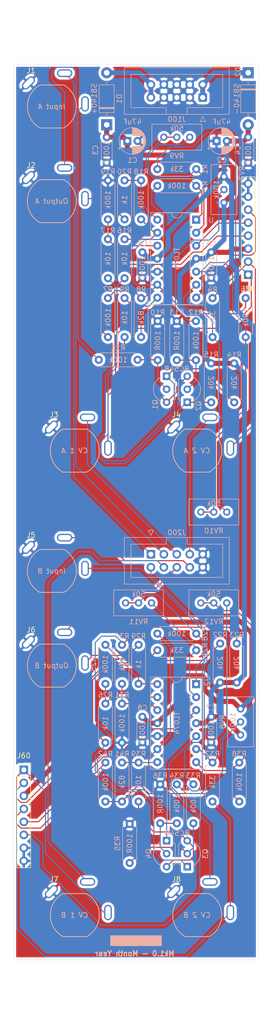
<source format=kicad_pcb>
(kicad_pcb (version 20241229) (generator "pcbnew") (generator_version "9.0")
  (title_block (rev "1") (company "DMH Instruments") (comment 1 "10cm Kosmo format synthesizer module PCB"))
  (layers (0 "F.Cu" signal) (2 "B.Cu" signal) (13 "F.Paste" user) (15 "B.Paste" user) (5 "F.SilkS" user "F.Silkscreen") (7 "B.SilkS" user "B.Silkscreen") (1 "F.Mask" user) (3 "B.Mask" user) (25 "Edge.Cuts" user))
  (net 0 "")
  (net 1 "+12V")
  (net 2 "GND")
  (net 3 "-12V")
  (net 4 "Net-(D1-A)")
  (net 5 "Net-(D2-K)")
  (net 6 "/Core Circuit A/Input A")
  (net 7 "Net-(J200-Pin_1)")
  (net 8 "/Core Circuit A/Output A")
  (net 9 "Net-(J200-Pin_2)")
  (net 10 "Net-(J200-Pin_3)")
  (net 11 "/Core Circuit A/CV 1 A Input")
  (net 12 "/Core Circuit A/CV 2 A Input")
  (net 13 "Net-(J200-Pin_4)")
  (net 14 "/Core Circuit B/Input B")
  (net 15 "Net-(J200-Pin_9)")
  (net 16 "/Core Circuit B/Output B")
  (net 17 "Net-(J200-Pin_8)")
  (net 18 "/Core Circuit B/CV 1 B Input")
  (net 19 "Net-(J200-Pin_7)")
  (net 20 "Net-(J200-Pin_6)")
  (net 21 "/Core Circuit B/CV 2 B Input")
  (net 22 "/Core Circuit A/CV 2 A Pot")
  (net 23 "/Core Circuit A/Offset A Pot")
  (net 24 "/Core Circuit A/CV 1 A Pot")
  (net 25 "/Core Circuit B/Offset B Pot")
  (net 26 "/Core Circuit B/CV 1 B Pot")
  (net 27 "/Core Circuit B/CV 2 B Pot")
  (net 28 "Net-(Q1-C)")
  (net 29 "Net-(Q1-E)")
  (net 30 "Net-(Q1-B)")
  (net 31 "Net-(Q2-B)")
  (net 32 "Net-(Q2-C)")
  (net 33 "Net-(Q3-B)")
  (net 34 "Net-(Q3-C)")
  (net 35 "Net-(Q3-E)")
  (net 36 "Net-(Q4-B)")
  (net 37 "Net-(Q4-C)")
  (net 38 "Net-(U1A--)")
  (net 39 "Net-(R3-Pad1)")
  (net 40 "Net-(U1C--)")
  (net 41 "Net-(U1B--)")
  (net 42 "Net-(R6-Pad1)")
  (net 43 "Net-(R8-Pad2)")
  (net 44 "Net-(R12-Pad1)")
  (net 45 "Net-(U1D--)")
  (net 46 "Net-(U1D-+)")
  (net 47 "Net-(R18-Pad1)")
  (net 48 "Net-(R28-Pad1)")
  (net 49 "Net-(U2A--)")
  (net 50 "Net-(U2D--)")
  (net 51 "Net-(R25-Pad1)")
  (net 52 "Net-(U2C--)")
  (net 53 "Net-(U2D-+)")
  (net 54 "Net-(U2B--)")
  (net 55 "Net-(R38-Pad1)")
  (net 56 "Net-(R34-Pad1)")
  (net 57 "Net-(R39-Pad1)")
  (footprint "Connector_PinSocket_2.54mm:PinSocket_1x08_P2.54mm_Vertical" (layer "F.Cu") (at 53 180.375)
    (property "Reference" "J60")
    (property "Value" "Conn_01x08")
  )
  (footprint "SynthStuff:CUI_MJ-63052A" (layer "F.Cu") (at 58.5 50.75)
    (property "Reference" "J1")
    (property "Value" "TS_Jack_6.35mm_Sw")
  )
  (footprint "SynthStuff:CUI_MJ-63052A" (layer "F.Cu") (at 63 118)
    (property "Reference" "J3")
    (property "Value" "TS_Jack_6.35mm_Sw")
  )
  (footprint "SynthStuff:CUI_MJ-63052A" (layer "F.Cu") (at 58.5 141.5)
    (property "Reference" "J5")
    (property "Value" "TS_Jack_6.35mm_Sw")
  )
  (footprint "Connector_PinSocket_2.54mm:PinSocket_1x08_P2.54mm_Vertical" (layer "F.Cu") (at 97 83.62 180)
    (property "Reference" "J50")
    (property "Value" "Conn_01x08")
  )
  (footprint "SynthStuff:CUI_MJ-63052A" (layer "F.Cu") (at 63 208.75)
    (property "Reference" "J7")
    (property "Value" "TS_Jack_6.35mm_Sw")
  )
  (footprint "SynthStuff:CUI_MJ-63052A" (layer "F.Cu") (at 58.5 160)
    (property "Reference" "J6")
    (property "Value" "TS_Jack_6.35mm_Sw")
  )
  (footprint "SynthStuff:CUI_MJ-63052A" (layer "F.Cu") (at 87 208.75)
    (property "Reference" "J8")
    (property "Value" "TS_Jack_6.35mm_Sw")
  )
  (footprint "SynthStuff:CUI_MJ-63052A" (layer "F.Cu") (at 58.5 69.25)
    (property "Reference" "J2")
    (property "Value" "TS_Jack_6.35mm_Sw")
  )
  (footprint "SynthStuff:CUI_MJ-63052A" (layer "F.Cu") (at 87 118)
    (property "Reference" "J4")
    (property "Value" "TS_Jack_6.35mm_Sw")
  )
  (footprint "Resistor_THT:R_Axial_DIN0207_L6.3mm_D2.5mm_P7.62mm_Horizontal" (layer "B.Cu") (at 69 167.44 -90)
    (property "Reference" "R26")
    (property "Value" "10k")
  )
  (footprint "Diode_THT:D_DO-41_SOD81_P10.16mm_Horizontal" (layer "B.Cu") (at 97 44.17 -90)
    (property "Reference" "D2")
    (property "Value" "SB140-")
  )
  (footprint "Capacitor_THT:CP_Radial_D5.0mm_P2.00mm" (layer "B.Cu") (at 90.794888 57.5)
    (property "Reference" "C2")
    (property "Value" "47uF")
  )
  (footprint "Diode_THT:D_DO-41_SOD81_P10.16mm_Horizontal" (layer "B.Cu") (at 69.25 54.33 90)
    (property "Reference" "D1")
    (property "Value" "SB140+")
  )
  (footprint "Resistor_THT:R_Axial_DIN0207_L6.3mm_D2.5mm_P7.62mm_Horizontal" (layer "B.Cu") (at 69.5 76.69 -90)
    (property "Reference" "R17")
    (property "Value" "10k")
  )
  (footprint "Resistor_THT:R_Axial_DIN0207_L6.3mm_D2.5mm_P7.62mm_Horizontal" (layer "B.Cu") (at 86.81 66.25 180)
    (property "Reference" "R3")
    (property "Value" "100k")
  )
  (footprint "Resistor_THT:R_Axial_DIN0207_L6.3mm_D2.5mm_P7.62mm_Horizontal" (layer "B.Cu") (at 69 155.94 -90)
    (property "Reference" "R25")
    (property "Value" "100k")
  )
  (footprint "Capacitor_THT:C_Disc_D4.3mm_W1.9mm_P5.00mm" (layer "B.Cu") (at 76.25 84.25 90)
    (property "Reference" "C6")
    (property "Value" "100nF")
  )
  (footprint "Resistor_THT:R_Axial_DIN0207_L6.3mm_D2.5mm_P7.62mm_Horizontal" (layer "B.Cu") (at 79.19 63)
    (property "Reference" "R1")
    (property "Value" "33k")
  )
  (footprint "Package_TO_SOT_THT:TO-92L_Inline_Wide" (layer "B.Cu") (at 81 103.46 -90)
    (property "Reference" "Q1")
    (property "Value" "BC548")
  )
  (footprint "Resistor_THT:R_Axial_DIN0207_L6.3mm_D2.5mm_P7.62mm_Horizontal" (layer "B.Cu") (at 90 186.56 90)
    (property "Reference" "R32")
    (property "Value" "33k")
  )
  (footprint "Package_TO_SOT_THT:TO-92L_Inline_Wide" (layer "B.Cu") (at 85.05 108.55 90)
    (property "Reference" "Q2")
    (property "Value" "BC548" (hide yes))
  )
  (footprint "Capacitor_THT:C_Disc_D4.3mm_W1.9mm_P5.00mm" (layer "B.Cu") (at 69.25 56.75 -90)
    (property "Reference" "C3")
    (property "Value" "100nF")
  )
  (footprint "Resistor_THT:R_Axial_DIN0207_L6.3mm_D2.5mm_P7.62mm_Horizontal" (layer "B.Cu") (at 86.75 92.69 -90)
    (property "Reference" "R12")
    (property "Value" "100k")
  )
  (footprint "Resistor_THT:R_Axial_DIN0207_L6.3mm_D2.5mm_P7.62mm_Horizontal" (layer "B.Cu") (at 69 178.94 -90)
    (property "Reference" "R42")
    (property "Value" "100k")
  )
  (footprint "Potentiometer_THT:Potentiometer_Bourns_3296W_Vertical" (layer "B.Cu") (at 95.5 168.46 90)
    (property "Reference" "RV8")
    (property "Value" "100k")
  )
  (footprint "Capacitor_THT:C_Disc_D4.3mm_W1.9mm_P5.00mm" (layer "B.Cu") (at 89.75 170 -90)
    (property "Reference" "C7")
    (property "Value" "100nF")
  )
  (footprint "Resistor_THT:R_Axial_DIN0207_L6.3mm_D2.5mm_P7.62mm_Horizontal" (layer "B.Cu") (at 72.25 186.56 90)
    (property "Reference" "R41")
    (property "Value" "82k")
  )
  (footprint "Capacitor_THT:C_Disc_D4.3mm_W1.9mm_P5.00mm" (layer "B.Cu") (at 97 61.75 90)
    (property "Reference" "C4")
    (property "Value" "100nF")
  )
  (footprint "Resistor_THT:R_Axial_DIN0207_L6.3mm_D2.5mm_P7.62mm_Horizontal" (layer "B.Cu") (at 73.75 190.94 -90)
    (property "Reference" "R35")
    (property "Value" "100R")
  )
  (footprint "Package_DIP:DIP-14_W7.62mm_Socket" (layer "B.Cu") (at 86.8 72.875 180)
    (property "Reference" "U1")
    (property "Value" "TL074")
  )
  (footprint "Capacitor_THT:C_Disc_D4.3mm_W1.9mm_P5.00mm" (layer "B.Cu") (at 76.25 175 90)
    (property "Reference" "C8")
    (property "Value" "100nF")
  )
  (footprint "Resistor_THT:R_Axial_DIN0207_L6.3mm_D2.5mm_P7.62mm_Horizontal" (layer "B.Cu") (at 72.25 163.56 90)
    (property "Reference" "R30")
    (property "Value" "10k")
  )
  (footprint "Resistor_THT:R_Axial_DIN0207_L6.3mm_D2.5mm_P7.62mm_Horizontal" (layer "B.Cu") (at 79.75 183.19 -90)
    (property "Reference" "R36")
    (property "Value" "100R")
  )
  (footprint "Package_TO_SOT_THT:TO-92L_Inline_Wide" (layer "B.Cu") (at 85.05 199.29 90)
    (property "Reference" "Q3")
    (property "Value" "BC548" (hide yes))
  )
  (footprint "Resistor_THT:R_Axial_DIN0207_L6.3mm_D2.5mm_P7.62mm_Horizontal" (layer "B.Cu") (at 95.25 178.94 -90)
    (property "Reference" "R38")
    (property "Value" "100k")
  )
  (footprint "Potentiometer_THT:Potentiometer_Bourns_3296W_Vertical" (layer "B.Cu") (at 92.8 130)
    (property "Reference" "RV10")
    (property "Value" "50k")
  )
  (footprint "Resistor_THT:R_Axial_DIN0207_L6.3mm_D2.5mm_P7.62mm_Horizontal" (layer "B.Cu") (at 89.75 108.56 90)
    (property "Reference" "R15")
    (property "Value" "20k")
  )
  (footprint "Resistor_THT:R_Axial_DIN0207_L6.3mm_D2.5mm_P7.62mm_Horizontal" (layer "B.Cu") (at 90 88.19 -90)
    (property "Reference" "R4")
    (property "Value" "33k")
  )
  (footprint "Potentiometer_THT:Potentiometer_Bourns_3296W_Vertical" (layer "B.Cu") (at 92.79 147.75)
    (property "Reference" "RV12")
    (property "Value" "50k")
  )
  (footprint "Resistor_THT:R_Axial_DIN0207_L6.3mm_D2.5mm_P7.62mm_Horizontal" (layer "B.Cu") (at 72.25 167.44 -90)
    (property "Reference" "R31")
    (property "Value" "100k")
  )
  (footprint "Capacitor_THT:C_Disc_D4.3mm_W1.9mm_P5.00mm" (layer "B.Cu") (at 89.75 79.25 -90)
    (property "Reference" "C5")
    (property "Value" "100nF")
  )
  (footprint "Capacitor_THT:CP_Radial_D5.0mm_P2.00mm" (layer "B.Cu") (at 73.294888 57.5)
    (property "Reference" "C1")
    (property "Value" "47uF")
  )
  (footprint "Resistor_THT:R_Axial_DIN0207_L6.3mm_D2.5mm_P7.62mm_Horizontal" (layer "B.Cu") (at 75.5 178.94 -90)
    (property "Reference" "R39")
    (property "Value" "10k")
  )
  (footprint "Resistor_THT:R_Axial_DIN0207_L6.3mm_D2.5mm_P7.62mm_Horizontal" (layer "B.Cu") (at 69.5 95.81 90)
    (property "Reference" "R7")
    (property "Value" "100k")
  )
  (footprint "Resistor_THT:R_Axial_DIN0207_L6.3mm_D2.5mm_P7.62mm_Horizontal" (layer "B.Cu") (at 72.75 76.69 -90)
    (property "Reference" "R16")
    (property "Value" "10k")
  )
  (footprint "Potentiometer_THT:Potentiometer_Bourns_3296W_Vertical" (layer "B.Cu") (at 92.25 64.45 90)
    (property "Reference" "RV7")
    (property "Value" "100k")
  )
  (footprint "Potentiometer_THT:Potentiometer_Bourns_3296W_Vertical" (layer "B.Cu") (at 85.54 56.75)
    (property "Reference" "RV9")
    (property "Value" "50k")
  )
  (footprint "Resistor_THT:R_Axial_DIN0207_L6.3mm_D2.5mm_P7.62mm_Horizontal" (layer "B.Cu") (at 91.5 155.69 -90)
    (property "Reference" "R22")
    (property "Value" "20k")
  )
  (footprint "Resistor_THT:R_Axial_DIN0207_L6.3mm_D2.5mm_P7.62mm_Horizontal" (layer "B.Cu") (at 72.75 72.81 90)
    (property "Reference" "R20")
    (property "Value" "1k")
  )
  (footprint "Resistor_THT:R_Axial_DIN0207_L6.3mm_D2.5mm_P7.62mm_Horizontal" (layer "B.Cu") (at 96.5 95.81 90)
    (property "Reference" "R6")
    (property "Value" "100k")
  )
  (footprint "Resistor_THT:R_Axial_DIN0207_L6.3mm_D2.5mm_P7.62mm_Horizontal" (layer "B.Cu") (at 94.75 155.69 -90)
    (property "Reference" "R23")
    (property "Value" "20k")
  )
  (footprint "SynthStuff:IDC-Header_2x05_P2.54mm_Vertical_BackBone" (layer "B.Cu") (at 77.92 138.2475 -90)
    (property "Reference" "J200")
    (property "Value" "IDC_02x05")
  )
  (footprint "Resistor_THT:R_Axial_DIN0207_L6.3mm_D2.5mm_P7.62mm_Horizontal" (layer "B.Cu") (at 72.75 88.19 -90)
    (property "Reference" "R9")
    (property "Value" "10k")
  )
  (footprint "Resistor_THT:R_Axial_DIN0207_L6.3mm_D2.5mm_P7.62mm_Horizontal" (layer "B.Cu") (at 79.25 92.69 -90)
    (property "Reference" "R10")
    (property "Value" "100R")
  )
  (footprint "Resistor_THT:R_Axial_DIN0207_L6.3mm_D2.5mm_P7.62mm_Horizontal" (layer "B.Cu") (at 83 92.69 -90)
    (property "Reference" "R13")
    (property "Value" "100R")
  )
  (footprint "Resistor_THT:R_Axial_DIN0207_L6.3mm_D2.5mm_P7.62mm_Horizontal" (layer "B.Cu") (at 69.5 72.81 90)
    (property "Reference" "R19")
    (property "Value" "100k")
  )
  (footprint "Resistor_THT:R_Axial_DIN0207_L6.3mm_D2.5mm_P7.62mm_Horizontal" (layer "B.Cu") (at 94.25 108.56 90)
    (property "Reference" "R14")
    (property "Value" "20k")
  )
  (footprint "Resistor_THT:R_Axial_DIN0207_L6.3mm_D2.5mm_P7.62mm_Horizontal" (layer "B.Cu") (at 79.19 157)
    (property "Reference" "R24")
    (property "Value" "33k")
  )
  (footprint "Resistor_THT:R_Axial_DIN0207_L6.3mm_D2.5mm_P7.62mm_Horizontal" (layer "B.Cu") (at 83 183.19 -90)
    (property "Reference" "R34")
    (property "Value" "100k")
  )
  (footprint "Resistor_THT:R_Axial_DIN0207_L6.3mm_D2.5mm_P7.62mm_Horizontal" (layer "B.Cu") (at 75.31 100.25 180)
    (property "Reference" "R11")
    (property "Value" "100k")
  )
  (footprint "Potentiometer_THT:Potentiometer_Bourns_3296W_Vertical" (layer "B.Cu") (at 78.04 147.75)
    (property "Reference" "RV11")
    (property "Value" "50k")
  )
  (footprint "Resistor_THT:R_Axial_DIN0207_L6.3mm_D2.5mm_P7.62mm_Horizontal" (layer "B.Cu") (at 86.25 190.81 90)
    (property "Reference" "R33")
    (property "Value" "100k")
  )
  (footprint "Resistor_THT:R_Axial_DIN0207_L6.3mm_D2.5mm_P7.62mm_Horizontal" (layer "B.Cu") (at 76 88.19 -90)
    (property "Reference" "R8")
    (property "Value" "82k")
  )
  (footprint "SynthStuff:IDC-Header_2x05_P2.54mm_Vertical_Eurorack" (layer "B.Cu") (at 88.08 49.0025 90)
    (property "Reference" "J100")
    (property "Value" "IDC_02x05" (hide yes))
  )
  (footprint "Package_DIP:DIP-14_W7.62mm_Socket" (layer "B.Cu") (at 86.8 163.625 180)
    (property "Reference" "U2")
    (property "Value" "TL074")
  )
  (footprint "Resistor_THT:R_Axial_DIN0207_L6.3mm_D2.5mm_P7.62mm_Horizontal" (layer "B.Cu") (at 75.5 155.94 -90)
    (property "Reference" "R29")
    (property "Value" "1k")
  )
  (footprint "Package_TO_SOT_THT:TO-92L_Inline_Wide" (layer "B.Cu") (at 81 194.21 -90)
    (property "Reference" "Q4")
    (property "Value" "BC548")
  )
  (footprint "Resistor_THT:R_Axial_DIN0207_L6.3mm_D2.5mm_P7.62mm_Horizontal" (layer "B.Cu") (at 86.81 153.75 180)
    (property "Reference" "R28")
    (property "Value" "100k")
  )
  (footprint "Resistor_THT:R_Axial_DIN0207_L6.3mm_D2.5mm_P7.62mm_Horizontal" (layer "B.Cu") (at 76 65.19 -90)
    (property "Reference" "R18")
    (property "Value" "100k")
  )
  (gr_rect (start 70 212.75) (end 80 214.75) (stroke (width 0.1)) (fill yes) (layer "B.SilkS"))
  (gr_rect (start 51 42.5) (end 99 217.5) (stroke (width 0.05)) (fill no) (layer "Edge.Cuts"))
  (gr_text "Mk1.0 - Month Year" (at 74.75 216.25 0) (layer "B.SilkS") (effects (font (size 1 1) (thickness 0.25) (bold yes)) (justify mirror)))
  (segment (start 89.75 100.94) (end 94.25 100.94) (width 1) (layer "F.Cu") (net 1))
  (segment (start 62.75 175.675) (end 62.75 157.25) (width 1) (layer "F.Cu") (net 1))
  (segment (start 69.25 56.75) (end 72.544888 56.75) (width 1) (layer "F.Cu") (net 1))
  (segment (start 93.88 78.62) (end 97 78.62) (width 1) (layer "F.Cu") (net 1))
  (segment (start 53 185.425) (end 62.75 175.675) (width 1) (layer "F.Cu") (net 1))
  (segment (start 96.25 161.81) (end 94.75 163.31) (width 1) (layer "F.Cu") (net 1))
  (segment (start 93.25 79.25) (end 93.88 78.62) (width 1) (layer "F.Cu") (net 1))
  (segment (start 72.544888 56.75) (end 73.294888 57.5) (width 1) (layer "F.Cu") (net 1))
  (segment (start 94 62.75) (end 94 67.78) (width 1) (layer "F.Cu") (net 1))
  (segment (start 69.25 54.33) (end 69.25 56.75) (width 1) (layer "F.Cu") (net 1))
  (segment (start 93 61.75) (end 94 62.75) (width 1) (layer "F.Cu") (net 1))
  (segment (start 73.294888 57.5) (end 73.294888 59.544888) (width 1) (layer "F.Cu") (net 1))
  (segment (start 89.75 79.25) (end 93.25 79.25) (width 1) (layer "F.Cu") (net 1))
  (segment (start 91.96 170) (end 95.5 173.54) (width 1) (layer "F.Cu") (net 1))
  (segment (start 94.75 163.31) (end 91.5 163.31) (width 1) (layer "F.Cu") (net 1))
  (segment (start 62.75 157.25) (end 68.5 151.5) (width 1) (layer "F.Cu") (net 1))
  (segment (start 88.505 171.245) (end 89.75 170) (width 1) (layer "F.Cu") (net 1))
  (segment (start 87.75 60.25) (end 89.25 61.75) (width 1) (layer "F.Cu") (net 1))
  (segment (start 89.25 61.75) (end 93 61.75) (width 1) (layer "F.Cu") (net 1))
  (segment (start 94 67.78) (end 92.25 69.53) (width 1) (layer "F.Cu") (net 1))
  (segment (start 74 60.25) (end 87.75 60.25) (width 1) (layer "F.Cu") (net 1))
  (segment (start 96.25 154.25) (end 96.25 161.81) (width 1) (layer "F.Cu") (net 1))
  (segment (start 86.8 171.245) (end 88.505 171.245) (width 1) (layer "F.Cu") (net 1))
  (segment (start 89.75 170) (end 91.96 170) (width 1) (layer "F.Cu") (net 1))
  (segment (start 93.5 151.5) (end 96.25 154.25) (width 1) (layer "F.Cu") (net 1))
  (segment (start 68.5 151.5) (end 93.5 151.5) (width 1) (layer "F.Cu") (net 1))
  (segment (start 73.294888 59.544888) (end 74 60.25) (width 1) (layer "F.Cu") (net 1))
  (segment (start 89.75 165.06) (end 91.5 163.31) (width 1) (layer "B.Cu") (net 1))
  (segment (start 96.25 161.81) (end 94.75 163.31) (width 1) (layer "B.Cu") (net 1))
  (segment (start 89.75 100.94) (end 88.5 99.69) (width 1) (layer "B.Cu") (net 1))
  (segment (start 86.8 80.495) (end 88.505 80.495) (width 1) (layer "B.Cu") (net 1))
  (segment (start 87.371321 91.19) (end 85.07137 91.19) (width 1) (layer "B.Cu") (net 1))
  (segment (start 92.25 69.53) (end 92.25 76.75) (width 1) (layer "B.Cu") (net 1))
  (segment (start 89.75 170) (end 89.75 165.06) (width 1) (layer "B.Cu") (net 1))
  (segment (start 96.25 102.94) (end 96.25 161.81) (width 1) (layer "B.Cu") (net 1))
  (segment (start 88.5 92.318679) (end 87.371321 91.19) (width 1) (layer "B.Cu") (net 1))
  (segment (start 83.55 83.745) (end 86.8 80.495) (width 1) (layer "B.Cu") (net 1))
  (segment (start 85.07137 91.19) (end 83.55 89.66863) (width 1) (layer "B.Cu") (net 1))
  (segment (start 88.505 80.495) (end 89.75 79.25) (width 1) (layer "B.Cu") (net 1))
  (segment (start 83.55 89.66863) (end 83.55 83.745) (width 1) (layer "B.Cu") (net 1))
  (segment (start 94.25 100.94) (end 96.25 102.94) (width 1) (layer "B.Cu") (net 1))
  (segment (start 88.5 99.69) (end 88.5 92.318679) (width 1) (layer "B.Cu") (net 1))
  (segment (start 92.25 76.75) (end 89.75 79.25) (width 1) (layer "B.Cu") (net 1))
  (segment (start 83 167.425) (end 83 164) (width 1) (layer "F.Cu") (net 3))
  (segment (start 85 162) (end 87.9625 162) (width 1) (layer "F.Cu") (net 3))
  (segment (start 97 56.75) (end 97 54.33) (width 1) (layer "F.Cu") (net 3))
  (segment (start 94.04 167) (end 95.5 168.46) (width 1) (layer "F.Cu") (net 3))
  (segment (start 79.18 171.245) (end 83 167.425) (width 1) (layer "F.Cu") (net 3))
  (segment (start 90.75 167) (end 94.04 167) (width 1) (layer "F.Cu") (net 3))
  (segment (start 87.9625 162) (end 88.4625 162.5) (width 1) (layer "F.Cu") (net 3))
  (segment (start 88.4625 162.5) (end 88.4625 164.7125) (width 1) (layer "F.Cu") (net 3))
  (segment (start 83 164) (end 85 162) (width 1) (layer "F.Cu") (net 3))
  (segment (start 88.4625 164.7125) (end 90.75 167) (width 1) (layer "F.Cu") (net 3))
  (segment (start 77.495 171.245) (end 76.25 170) (width 1) (layer "F.Cu") (net 3))
  (segment (start 79.18 171.245) (end 77.495 171.245) (width 1) (layer "F.Cu") (net 3))
  (segment (start 92.794888 57.5) (end 96.25 57.5) (width 1) (layer "F.Cu") (net 3))
  (segment (start 96.25 57.5) (end 97 56.75) (width 1) (layer "F.Cu") (net 3))
  (segment (start 92.25 64.45) (end 92.25 62.5) (width 1) (layer "B.Cu") (net 3))
  (segment (start 93.75 65.95) (end 92.25 64.45) (width 1) (layer "B.Cu") (net 3))
  (segment (start 79.18 80.495) (end 81.3 78.375) (width 1) (layer "B.Cu") (net 3))
  (segment (start 98 93.75) (end 94.75 90.5) (width 1) (layer "B.Cu") (net 3))
  (segment (start 94.75 90.5) (end 94.75 82.50137) (width 1) (layer "B.Cu") (net 3))
  (segment (start 98 165.96) (end 98 93.75) (width 1) (layer "B.Cu") (net 3))
  (segment (start 92.794888 61.955112) (end 92.794888 57.5) (width 1) (layer "B.Cu") (net 3))
  (segment (start 77.495 80.495) (end 76.25 79.25) (width 1) (layer "B.Cu") (net 3))
  (segment (start 81.3 78.375) (end 81.3 75.4) (width 1) (layer "B.Cu") (net 3))
  (segment (start 79.18 80.495) (end 77.495 80.495) (width 1) (layer "B.Cu") (net 3))
  (segment (start 92.25 62.5) (end 92.794888 61.955112) (width 1) (layer "B.Cu") (net 3))
  (segment (start 81.3 75.4) (end 92.25 64.45) (width 1) (layer "B.Cu") (net 3))
  (segment (start 93.75 81.50137) (end 93.75 65.95) (width 1) (layer "B.Cu") (net 3))
  (segment (start 95.5 168.46) (end 98 165.96) (width 1) (layer "B.Cu") (net 3))
  (segment (start 94.75 82.50137) (end 93.75 81.50137) (width 1) (layer "B.Cu") (net 3))
  (segment (start 77.92 46.4625) (end 77.92 49.0025) (width 1) (layer "B.Cu") (net 4))
  (segment (start 75.6275 44.17) (end 77.92 46.4625) (width 1) (layer "B.Cu") (net 4))
  (segment (start 69.25 44.17) (end 75.6275 44.17) (width 1) (layer "B.Cu") (net 4))
  (segment (start 97 44.17) (end 90.3725 44.17) (width 1) (layer "B.Cu") (net 5))
  (segment (start 90.3725 44.17) (end 88.08 46.4625) (width 1) (layer "B.Cu") (net 5))
  (segment (start 88.08 49.0025) (end 88.08 46.4625) (width 1) (layer "B.Cu") (net 5))
  (segment (start 63.608 51.642) (end 63.608 96.168) (width 0.2) (layer "B.Cu") (net 6))
  (segment (start 65 50.25) (end 63.608 51.642) (width 0.2) (layer "B.Cu") (net 6))
  (segment (start 63.608 96.168) (end 67.69 100.25) (width 0.2) (layer "B.Cu") (net 6))
  (segment (start 61 44.25) (end 62.808 46.058) (width 0.2) (layer "B.Cu") (net 7))
  (segment (start 62.808 46.058) (end 62.808 123.1355) (width 0.2) (layer "B.Cu") (net 7))
  (segment (start 62.808 123.1355) (end 77.92 138.2475) (width 0.2) (layer "B.Cu") (net 7))
  (segment (start 65 68.75) (end 68.69 68.75) (width 0.2) (layer "F.Cu") (net 8))
  (segment (start 68.69 68.75) (end 72.75 72.81) (width 0.2) (layer "F.Cu") (net 8))
  (segment (start 58.5 45.5) (end 58.5 44) (width 0.2) (layer "B.Cu") (net 9))
  (segment (start 61 48) (end 58.5 45.5) (width 0.2) (layer "B.Cu") (net 9))
  (segment (start 63.208 43.708) (end 63.208 120.9955) (width 0.2) (layer "B.Cu") (net 9))
  (segment (start 63.208 120.9955) (end 80.46 138.2475) (width 0.2) (layer "B.Cu") (net 9))
  (segment (start 61 62.75) (end 61 48) (width 0.2) (layer "B.Cu") (net 9))
  (segment (start 58.5 44) (end 59.4 43.1) (width 0.2) (layer "B.Cu") (net 9))
  (segment (start 62.6 43.1) (end 63.208 43.708) (width 0.2) (layer "B.Cu") (net 9))
  (segment (start 59.4 43.1) (end 62.6 43.1) (width 0.2) (layer "B.Cu") (net 9))
  (segment (start 65.5 111.5) (end 65.5 120.7475) (width 0.2) (layer "B.Cu") (net 10))
  (segment (start 65.5 120.7475) (end 83 138.2475) (width 0.2) (layer "B.Cu") (net 10))
  (segment (start 72.4 94.1) (end 71 95.5) (width 0.2) (layer "F.Cu") (net 11))
  (segment (start 97.6 89.9) (end 93.4 94.1) (width 0.2) (layer "F.Cu") (net 11))
  (segment (start 71 95.5) (end 71 105.75) (width 0.2) (layer "F.Cu") (net 11))
  (segment (start 97.6 84.22) (end 97.6 89.9) (width 0.2) (layer "F.Cu") (net 11))
  (segment (start 93.4 94.1) (end 72.4 94.1) (width 0.2) (layer "F.Cu") (net 11))
  (segment (start 71 105.75) (end 69.5 107.25) (width 0.2) (layer "F.Cu") (net 11))
  (segment (start 69.5 107.25) (end 69.5 117.5) (width 0.2) (layer "F.Cu") (net 11))
  (segment (start 97 83.62) (end 97.6 84.22) (width 0.2) (layer "F.Cu") (net 11))
  (segment (start 94.55 81.17) (end 97 83.62) (width 0.2) (layer "B.Cu") (net 11))
  (segment (start 81.6 58.65) (end 86.1 58.65) (width 0.2) (layer "B.Cu") (net 11))
  (segment (start 79.19 63) (end 79.19 61.06) (width 0.2) (layer "B.Cu") (net 11))
  (segment (start 86.1 58.65) (end 88.969999 55.780001) (width 0.2) (layer "B.Cu") (net 11))
  (segment (start 88.969999 55.780001) (end 93.280001 55.780001) (width 0.2) (layer "B.Cu") (net 11))
  (segment (start 94.55 57.05) (end 94.55 81.17) (width 0.2) (layer "B.Cu") (net 11))
  (segment (start 79.19 61.06) (end 81.6 58.65) (width 0.2) (layer "B.Cu") (net 11))
  (segment (start 93.280001 55.780001) (end 94.55 57.05) (width 0.2) (layer "B.Cu") (net 11))
  (segment (start 98.4 112.6) (end 98.4 82.48) (width 0.2) (layer "F.Cu") (net 12))
  (segment (start 89.415 88.19) (end 90 88.19) (width 0.2) (layer "F.Cu") (net 12))
  (segment (start 93.5 117.5) (end 98.4 112.6) (width 0.2) (layer "F.Cu") (net 12))
  (segment (start 98.4 82.48) (end 97.202843 81.282843) (width 0.2) (layer "F.Cu") (net 12))
  (segment (start 90 88.19) (end 97 81.19) (width 0.2) (layer "F.Cu") (net 12))
  (segment (start 97 81.19) (end 97 81.08) (width 0.2) (layer "F.Cu") (net 12))
  (segment (start 85.54 115.46) (end 89.5 111.5) (width 0.2) (layer "B.Cu") (net 13))
  (segment (start 85.54 138.2475) (end 85.54 115.46) (width 0.2) (layer "B.Cu") (net 13))
  (segment (start 65 141) (end 76 141) (width 0.2) (layer "B.Cu") (net 14))
  (segment (start 88.5 159.125686) (end 88 159.625686) (width 0.2) (layer "B.Cu") (net 14))
  (segment (start 76 141) (end 88.5 153.5) (width 0.2) (layer "B.Cu") (net 14))
  (segment (start 84.5 181.44) (end 86.25 183.19) (width 0.2) (layer "B.Cu") (net 14))
  (segment (start 88 174.25) (end 87.25 175) (width 0.2) (layer "B.Cu") (net 14))
  (segment (start 86.25 175) (end 84.5 176.75) (width 0.2) (layer "B.Cu") (net 14))
  (segment (start 88 159.625686) (end 88 174.25) (width 0.2) (layer "B.Cu") (net 14))
  (segment (start 87.25 175) (end 86.25 175) (width 0.2) (layer "B.Cu") (net 14))
  (segment (start 84.5 176.75) (end 84.5 181.44) (width 0.2) (layer "B.Cu") (net 14))
  (segment (start 88.5 153.5) (end 88.5 159.125686) (width 0.2) (layer "B.Cu") (net 14))
  (segment (start 84.2525 139.5) (end 85.54 140.7875) (width 0.2) (layer "F.Cu") (net 15))
  (segment (start 68.25 135) (end 72.75 139.5) (width 0.2) (layer "F.Cu") (net 15))
  (segment (start 61 135) (end 68.25 135) (width 0.2) (layer "F.Cu") (net 15))
  (segment (start 72.75 139.5) (end 84.2525 139.5) (width 0.2) (layer "F.Cu") (net 15))
  (segment (start 66.5 158) (end 73.5 158) (width 0.2) (layer "F.Cu") (net 16))
  (segment (start 65 159.5) (end 66.5 158) (width 0.2) (layer "F.Cu") (net 16))
  (segment (start 73.5 158) (end 75.56 155.94) (width 0.2) (layer "F.Cu") (net 16))
  (segment (start 75.56 155.94) (end 76 155.94) (width 0.2) (layer "F.Cu") (net 16))
  (segment (start 78.5375 145.25) (end 83 140.7875) (width 0.2) (layer "F.Cu") (net 17))
  (segment (start 61 153.5) (end 69.25 145.25) (width 0.2) (layer "F.Cu") (net 17))
  (segment (start 69.25 145.25) (end 78.5375 145.25) (width 0.2) (layer "F.Cu") (net 17))
  (segment (start 76.69 159.5) (end 79.19 157) (width 0.2) (layer "F.Cu") (net 18))
  (segment (start 51.6 185.921346) (end 52.428654 186.75) (width 0.2) (layer "F.Cu") (net 18))
  (segment (start 66.1 174.15) (end 66.1 162.584314) (width 0.2) (layer "F.Cu") (net 18))
  (segment (start 53 180.375) (end 51.6 181.775) (width 0.2) (layer "F.Cu") (net 18))
  (segment (start 52.428654 186.75) (end 53.5 186.75) (width 0.2) (layer "F.Cu") (net 18))
  (segment (start 69.184314 159.5) (end 76.69 159.5) (width 0.2) (layer "F.Cu") (net 18))
  (segment (start 51.6 181.775) (end 51.6 185.921346) (width 0.2) (layer "F.Cu") (net 18))
  (segment (start 53.5 186.75) (end 66.1 174.15) (width 0.2) (layer "F.Cu") (net 18))
  (segment (start 66.1 162.584314) (end 69.184314 159.5) (width 0.2) (layer "F.Cu") (net 18))
  (segment (start 68.75 208.25) (end 69.5 208.25) (width 0.2) (layer "B.Cu") (net 18))
  (segment (start 53 180.375) (end 57.25 184.625) (width 0.2) (layer "B.Cu") (net 18))
  (segment (start 57.25 196.75) (end 68.75 208.25) (width 0.2) (layer "B.Cu") (net 18))
  (segment (start 57.25 184.625) (end 57.25 196.75) (width 0.2) (layer "B.Cu") (net 18))
  (segment (start 57.75 143.75) (end 63.75 137.75) (width 0.2) (layer "B.Cu") (net 19))
  (segment (start 65.5 202.25) (end 57.75 194.5) (width 0.2) (layer "B.Cu") (net 19))
  (segment (start 79.1725 139.5) (end 80.46 140.7875) (width 0.2) (layer "B.Cu") (net 19))
  (segment (start 63.75 137.75) (end 66.25 137.75) (width 0.2) (layer "B.Cu") (net 19))
  (segment (start 66.25 137.75) (end 68 139.5) (width 0.2) (layer "B.Cu") (net 19))
  (segment (start 68 139.5) (end 79.1725 139.5) (width 0.2) (layer "B.Cu") (net 19))
  (segment (start 57.75 194.5) (end 57.75 143.75) (width 0.2) (layer "B.Cu") (net 19))
  (segment (start 77.92 140.7875) (end 77.92 142.354314) (width 0.2) (layer "B.Cu") (net 20))
  (segment (start 88.9 153.334314) (end 88.9 159.291372) (width 0.2) (layer "B.Cu") (net 20))
  (segment (start 88.4 174.415686) (end 88 174.815686) (width 0.2) (layer "B.Cu") (net 20))
  (segment (start 86.004365 184.5) (end 83.594365 182.09) (width 0.2) (layer "B.Cu") (net 20))
  (segment (start 89.5 191.245635) (end 89.5 202.25) (width 0.2) (layer "B.Cu") (net 20))
  (segment (start 88.9 159.291372) (end 88.4 159.791372) (width 0.2) (layer "B.Cu") (net 20))
  (segment (start 82.544365 182.09) (end 81.9 182.734365) (width 0.2) (layer "B.Cu") (net 20))
  (segment (start 81.9 182.734365) (end 81.9 183.645635) (width 0.2) (layer "B.Cu") (net 20))
  (segment (start 88.4 159.791372) (end 88.4 174.415686) (width 0.2) (layer "B.Cu") (net 20))
  (segment (start 83.594365 182.09) (end 82.544365 182.09) (width 0.2) (layer "B.Cu") (net 20))
  (segment (start 87 184.5) (end 86.004365 184.5) (width 0.2) (layer "B.Cu") (net 20))
  (segment (start 88 183.5) (end 87 184.5) (width 0.2) (layer "B.Cu") (net 20))
  (segment (start 77.92 142.354314) (end 88.9 153.334314) (width 0.2) (layer "B.Cu") (net 20))
  (segment (start 81.9 183.645635) (end 89.5 191.245635) (width 0.2) (layer "B.Cu") (net 20))
  (segment (start 88 174.815686) (end 88 183.5) (width 0.2) (layer "B.Cu") (net 20))
  (segment (start 51.6 184.315) (end 51.6 211.4) (width 0.2) (layer "B.Cu") (net 21))
  (segment (start 93.5 190.06) (end 93.5 208.25) (width 0.2) (layer "B.Cu") (net 21))
  (segment (start 90 186.56) (end 93.5 190.06) (width 0.2) (layer "B.Cu") (net 21))
  (segment (start 51.6 211.4) (end 57.1 216.9) (width 0.2) (layer "B.Cu") (net 21))
  (segment (start 84.85 216.9) (end 93.5 208.25) (width 0.2) (layer "B.Cu") (net 21))
  (segment (start 57.1 216.9) (end 84.85 216.9) (width 0.2) (layer "B.Cu") (net 21))
  (segment (start 53 182.915) (end 51.6 184.315) (width 0.2) (layer "B.Cu") (net 21))
  (segment (start 98.4 72.4) (end 97 71) (width 0.2) (layer "F.Cu") (net 22))
  (segment (start 97.7 79.8) (end 98.4 79.1) (width 0.2) (layer "F.Cu") (net 22))
  (segment (start 86.8 83.035) (end 90.965 83.035) (width 0.2) (layer "F.Cu") (net 22))
  (segment (start 94.2 79.8) (end 97.7 79.8) (width 0.2) (layer "F.Cu") (net 22))
  (segment (start 98.4 79.1) (end 98.4 72.4) (width 0.2) (layer "F.Cu") (net 22))
  (segment (start 90.965 83.035) (end 94.2 79.8) (width 0.2) (layer "F.Cu") (net 22))
  (segment (start 83.805 81.595) (end 69.655 81.595) (width 0.2) (layer "F.Cu") (net 23))
  (segment (start 87.8 79.2) (end 86.2 79.2) (width 0.2) (layer "F.Cu") (net 23))
  (segment (start 90.92 76.08) (end 87.8 79.2) (width 0.2) (layer "F.Cu") (net 23))
  (segment (start 69.655 81.595) (end 66.75 84.5) (width 0.2) (layer "F.Cu") (net 23))
  (segment (start 66.75 84.5) (end 66.75 93.06) (width 0.2) (layer "F.Cu") (net 23))
  (segment (start 97 76.08) (end 90.92 76.08) (width 0.2) (layer "F.Cu") (net 23))
  (segment (start 86.2 79.2) (end 83.805 81.595) (width 0.2) (layer "F.Cu") (net 23))
  (segment (start 66.75 93.06) (end 69.5 95.81) (width 0.2) (layer "F.Cu") (net 23))
  (segment (start 86.8 77.95) (end 86.8 77.955) (width 0.2) (layer "F.Cu") (net 24))
  (segment (start 91.21 73.54) (end 86.8 77.95) (width 0.2) (layer "F.Cu") (net 24))
  (segment (start 97 73.54) (end 91.21 73.54) (width 0.2) (layer "F.Cu") (net 24))
  (segment (start 51.6 189.365) (end 51.6 190.926346) (width 0.2) (layer "F.Cu") (net 25))
  (segment (start 56.25 191.75) (end 69.06 178.94) (width 0.2) (layer "F.Cu") (net 25))
  (segment (start 51.6 190.926346) (end 52.423654 191.75) (width 0.2) (layer "F.Cu") (net 25))
  (segment (start 53 187.965) (end 51.6 189.365) (width 0.2) (layer "F.Cu") (net 25))
  (segment (start 52.423654 191.75) (end 56.25 191.75) (width 0.2) (layer "F.Cu") (net 25))
  (segment (start 69.06 178.94) (end 69.5 178.94) (width 0.2) (layer "F.Cu") (net 25))
  (segment (start 71.16 177.84) (end 76.655 172.345) (width 0.2) (layer "F.Cu") (net 26))
  (segment (start 76.655 172.345) (end 83.16 172.345) (width 0.2) (layer "F.Cu") (net 26))
  (segment (start 55.879365 190.505) (end 68.544365 177.84) (width 0.2) (layer "F.Cu") (net 26))
  (segment (start 53 190.505) (end 55.879365 190.505) (width 0.2) (layer "F.Cu") (net 26))
  (segment (start 68.544365 177.84) (end 71.16 177.84) (width 0.2) (layer "F.Cu") (net 26))
  (segment (start 83.16 172.345) (end 86.8 168.705) (width 0.2) (layer "F.Cu") (net 26))
  (segment (start 87.5 203.9) (end 80.65 210.75) (width 0.2) (layer "B.Cu") (net 27))
  (segment (start 68.25 210.75) (end 56.75 199.25) (width 0.2) (layer "B.Cu") (net 27))
  (segment (start 54.795 193.045) (end 53 193.045) (width 0.2) (layer "B.Cu") (net 27))
  (segment (start 81.5 183.811321) (end 87.5 189.811321) (width 0.2) (layer "B.Cu") (net 27))
  (segment (start 56.75 199.25) (end 56.75 195) (width 0.2) (layer "B.Cu") (net 27))
  (segment (start 80.65 210.75) (end 68.25 210.75) (width 0.2) (layer "B.Cu") (net 27))
  (segment (start 81.5 179.085) (end 81.5 183.811321) (width 0.2) (layer "B.Cu") (net 27))
  (segment (start 86.8 173.785) (end 81.5 179.085) (width 0.2) (layer "B.Cu") (net 27))
  (segment (start 56.75 195) (end 54.795 193.045) (width 0.2) (layer "B.Cu") (net 27))
  (segment (start 87.5 189.811321) (end 87.5 203.9) (width 0.2) (layer "B.Cu") (net 27))
  (segment (start 87.69 102) (end 94.25 108.56) (width 0.2) (layer "F.Cu") (net 28))
  (segment (start 81 103.46) (end 81.04 103.46) (width 0.2) (layer "F.Cu") (net 28))
  (segment (start 82.5 102) (end 87.69 102) (width 0.2) (layer "F.Cu") (net 28))
  (segment (start 81.04 103.46) (end 82.5 102) (width 0.2) (layer "F.Cu") (net 28))
  (segment (start 68.15 119.15) (end 69 120) (width 0.2) (layer "B.Cu") (net 28))
  (segment (start 71.25 85.81) (end 71.25 101.679949) (width 0.2) (layer "B.Cu") (net 28))
  (segment (start 72.75 120) (end 82.5 110.25) (width 0.2) (layer "B.Cu") (net 28))
  (segment (start 68.15 116.1) (end 68.15 119.15) (width 0.2) (layer "B.Cu") (net 28))
  (segment (start 69.5 103.429949) (end 69.5 114.75) (width 0.2) (layer "B.Cu") (net 28))
  (segment (start 72.75 84.31) (end 71.25 85.81) (width 0.2) (layer "B.Cu") (net 28))
  (segment (start 82.5 110.25) (end 82.5 104.96) (width 0.2) (layer "B.Cu") (net 28))
  (segment (start 82.5 104.96) (end 81 103.46) (width 0.2) (layer "B.Cu") (net 28))
  (segment (start 69.5 114.75) (end 68.15 116.1) (width 0.2) (layer "B.Cu") (net 28))
  (segment (start 71.25 101.679949) (end 69.5 103.429949) (width 0.2) (layer "B.Cu") (net 28))
  (segment (start 69 120) (end 72.75 120) (width 0.2) (layer "B.Cu") (net 28))
  (segment (start 83 106.54) (end 83 105.52) (width 0.2) (layer "F.Cu") (net 29))
  (segment (start 72.75 100.29) (end 72.75 95.81) (width 0.2) (layer "F.Cu") (net 29))
  (segment (start 81 108.54) (end 72.75 100.29) (width 0.2) (layer "F.Cu") (net 29))
  (segment (start 81 108.54) (end 83 106.54) (width 0.2) (layer "F.Cu") (net 29))
  (segment (start 83 105.52) (end 85.05 103.47) (width 0.2) (layer "F.Cu") (net 29))
  (segment (start 75.31 100.25) (end 79.19 100.25) (width 0.2) (layer "F.Cu") (net 30))
  (segment (start 79.19 100.25) (end 79.25 100.31) (width 0.2) (layer "F.Cu") (net 30))
  (segment (start 79.25 100.31) (end 79.25 104.25) (width 0.2) (layer "B.Cu") (net 30))
  (segment (start 79.25 104.25) (end 81 106) (width 0.2) (layer "B.Cu") (net 30))
  (segment (start 83 100.31) (end 86.75 100.31) (width 0.2) (layer "F.Cu") (net 31))
  (segment (start 86.75 104.31) (end 86.75 100.31) (width 0.2) (layer "B.Cu") (net 31))
  (segment (start 85.05 106.01) (end 86.75 104.31) (width 0.2) (layer "B.Cu") (net 31))
  (segment (start 85.05 108.55) (end 89.74 108.55) (width 0.2) (layer "F.Cu") (net 32))
  (segment (start 89.74 108.55) (end 89.75 108.56) (width 0.2) (layer "F.Cu") (net 32))
  (segment (start 69 114.5) (end 69 103.25) (width 0.2) (layer "B.Cu") (net 32))
  (segment (start 67.75 115.75) (end 69 114.5) (width 0.2) (layer "B.Cu") (net 32))
  (segment (start 84.95 108.55) (end 73 120.5) (width 0.2) (layer "B.Cu") (net 32))
  (segment (start 73 120.5) (end 68.934314 120.5) (width 0.2) (layer "B.Cu") (net 32))
  (segment (start 85.05 108.55) (end 84.95 108.55) (width 0.2) (layer "B.Cu") (net 32))
  (segment (start 70.85 85.66) (end 69.5 84.31) (width 0.2) (layer "B.Cu") (net 32))
  (segment (start 70.85 101.4) (end 70.85 85.66) (width 0.2) (layer "B.Cu") (net 32))
  (segment (start 67.75 119.315686) (end 67.75 115.75) (width 0.2) (layer "B.Cu") (net 32))
  (segment (start 69 103.25) (end 70.85 101.4) (width 0.2) (layer "B.Cu") (net 32))
  (segment (start 68.934314 120.5) (end 67.75 119.315686) (width 0.2) (layer "B.Cu") (net 32))
  (segment (start 83.8 195.5) (end 85.05 196.75) (width 0.2) (layer "F.Cu") (net 33))
  (segment (start 73.75 198.56) (end 76.81 195.5) (width 0.2) (layer "F.Cu") (net 33))
  (segment (start 76.81 195.5) (end 83.8 195.5) (width 0.2) (layer "F.Cu") (net 33))
  (segment (start 86.25 190.81) (end 86.25 195.55) (width 0.2) (layer "B.Cu") (net 33))
  (segment (start 86.25 195.55) (end 85.05 196.75) (width 0.2) (layer "B.Cu") (net 33))
  (segment (start 69 175.06) (end 66.5 172.56) (width 0.2) (layer "F.Cu") (net 34))
  (segment (start 76.855686 159.9) (end 77.755686 159) (width 0.2) (layer "F.Cu") (net 34))
  (segment (start 77.755686 159) (end 88.19 159) (width 0.2) (layer "F.Cu") (net 34))
  (segment (start 66.5 162.75) (end 69.35 159.9) (width 0.2) (layer "F.Cu") (net 34))
  (segment (start 66.5 172.56) (end 66.5 162.75) (width 0.2) (layer "F.Cu") (net 34))
  (segment (start 69.35 159.9) (end 76.855686 159.9) (width 0.2) (layer "F.Cu") (net 34))
  (segment (start 88.19 159) (end 91.5 155.69) (width 0.2) (layer "F.Cu") (net 34))
  (segment (start 78.5 196.25) (end 80.25 198) (width 0.2) (layer "B.Cu") (net 34))
  (segment (start 69.5 175.06) (end 67 177.56) (width 0.2) (layer "B.Cu") (net 34))
  (segment (start 80.25 198) (end 83.76 198) (width 0.2) (layer "B.Cu") (net 34))
  (segment (start 67 180.5) (end 71.15 184.65) (width 0.2) (layer "B.Cu") (net 34))
  (segment (start 78.5 187) (end 78.5 196.25) (width 0.2) (layer "B.Cu") (net 34))
  (segment (start 76.15 184.65) (end 78.5 187) (width 0.2) (layer "B.Cu") (net 34))
  (segment (start 71.15 184.65) (end 76.15 184.65) (width 0.2) (layer "B.Cu") (net 34))
  (segment (start 67 177.56) (end 67 180.5) (width 0.2) (layer "B.Cu") (net 34))
  (segment (start 83.76 198) (end 85.05 199.29) (width 0.2) (layer "B.Cu") (net 34))
  (segment (start 86.25 195.41) (end 85.05 194.21) (width 0.2) (layer "F.Cu") (net 35))
  (segment (start 76 186.56) (end 75.5 187.06) (width 0.2) (layer "F.Cu") (net 35))
  (segment (start 85.517463 198) (end 86.25 197.267463) (width 0.2) (layer "F.Cu") (net 35))
  (segment (start 81.025686 199.29) (end 82.315686 198) (width 0.2) (layer "F.Cu") (net 35))
  (segment (start 86.25 197.267463) (end 86.25 195.41) (width 0.2) (layer "F.Cu") (net 35))
  (segment (start 81 199.29) (end 81.025686 199.29) (width 0.2) (layer "F.Cu") (net 35))
  (segment (start 75.5 189.5) (end 78.5 192.5) (width 0.2) (layer "F.Cu") (net 35))
  (segment (start 82.315686 198) (end 85.517463 198) (width 0.2) (layer "F.Cu") (net 35))
  (segment (start 75.5 187.06) (end 75.5 189.5) (width 0.2) (layer "F.Cu") (net 35))
  (segment (start 83.34 192.5) (end 85.05 194.21) (width 0.2) (layer "F.Cu") (net 35))
  (segment (start 78.5 192.5) (end 83.34 192.5) (width 0.2) (layer "F.Cu") (net 35))
  (segment (start 79.75 190.81) (end 83 190.81) (width 0.2) (layer "F.Cu") (net 36))
  (segment (start 79.75 190.81) (end 79.75 195.5) (width 0.2) (layer "B.Cu") (net 36))
  (segment (start 79.75 195.5) (end 81 196.75) (width 0.2) (layer "B.Cu") (net 36))
  (segment (start 72.75 155.94) (end 72.53 155.72) (width 0.2) (layer "F.Cu") (net 37))
  (segment (start 94.75 154) (end 94.75 155.69) (width 0.2) (layer "F.Cu") (net 37))
  (segment (start 93.25 152.5) (end 94.75 154) (width 0.2) (layer "F.Cu") (net 37))
  (segment (start 72.53 155.72) (end 75.75 152.5) (width 0.2) (layer "F.Cu") (net 37))
  (segment (start 75.75 152.5) (end 93.25 152.5) (width 0.2) (layer "F.Cu") (net 37))
  (segment (start 67 155.5) (end 67 170.75) (width 0.2) (layer "B.Cu") (net 37))
  (segment (start 72.75 155.94) (end 71.06 154.25) (width 0.2) (layer "B.Cu") (net 37))
  (segment (start 67.4 178.407818) (end 67.4 180.334314) (width 0.2) (layer "B.Cu") (net 37))
  (segment (start 81 188.75) (end 81 194.21) (width 0.2) (layer "B.Cu") (net 37))
  (segment (start 68.25 154.25) (end 67 155.5) (width 0.2) (layer "B.Cu") (net 37))
  (segment (start 70.1 175.707818) (end 67.4 178.407818) (width 0.2) (layer "B.Cu") (net 37))
  (segment (start 70.1 173.85) (end 70.1 175.707818) (width 0.2) (layer "B.Cu") (net 37))
  (segment (start 67.4 180.334314) (end 71.315686 184.25) (width 0.2) (layer "B.Cu") (net 37))
  (segment (start 76.5 184.25) (end 81 188.75) (width 0.2) (layer "B.Cu") (net 37))
  (segment (start 71.06 154.25) (end 68.25 154.25) (width 0.2) (layer "B.Cu") (net 37))
  (segment (start 67 170.75) (end 70.1 173.85) (width 0.2) (layer "B.Cu") (net 37))
  (segment (start 71.315686 184.25) (end 76.5 184.25) (width 0.2) (layer "B.Cu") (net 37))
  (segment (start 88.31 73.905) (end 88.31 64.5) (width 0.2) (layer "F.Cu") (net 38))
  (segment (start 88.31 64.5) (end 86.81 63) (width 0.2) (layer "F.Cu") (net 38))
  (segment (start 86.8 75.415) (end 88.31 73.905) (width 0.2) (layer "F.Cu") (net 38))
  (segment (start 79.525686 58.25) (end 84.04 58.25) (width 0.2) (layer "B.Cu") (net 38))
  (segment (start 86.81 63) (end 85.31 64.5) (width 0.2) (layer "B.Cu") (net 38))
  (segment (start 85.31 64.5) (end 78.75 64.5) (width 0.2) (layer "B.Cu") (net 38))
  (segment (start 84.04 58.25) (end 85.54 56.75) (width 0.2) (layer "B.Cu") (net 38))
  (segment (start 77.4 60.375686) (end 79.525686 58.25) (width 0.2) (layer "B.Cu") (net 38))
  (segment (start 77.4 63.15) (end 77.4 60.375686) (width 0.2) (layer "B.Cu") (net 38))
  (segment (start 85.54 56.5) (end 85.54 56.75) (width 0.2) (layer "B.Cu") (net 38))
  (segment (start 78.75 64.5) (end 77.4 63.15) (width 0.2) (layer "B.Cu") (net 38))
  (segment (start 80.46 56.75) (end 83 56.75) (width 0.2) (layer "F.Cu") (net 39))
  (segment (start 87.91 67.35) (end 86.81 66.25) (width 0.2) (layer "F.Cu") (net 39))
  (segment (start 86.8 72.875) (end 87.91 71.765) (width 0.2) (layer "F.Cu") (net 39))
  (segment (start 87.91 71.765) (end 87.91 67.35) (width 0.2) (layer "F.Cu") (net 39))
  (segment (start 78.584314 64.9) (end 77 63.315686) (width 0.2) (layer "B.Cu") (net 39))
  (segment (start 77 60.21) (end 80.46 56.75) (width 0.2) (layer "B.Cu") (net 39))
  (segment (start 77 63.315686) (end 77 60.21) (width 0.2) (layer "B.Cu") (net 39))
  (segment (start 86.81 66.25) (end 86.75 66.25) (width 0.2) (layer "B.Cu") (net 39))
  (segment (start 85.4 64.9) (end 78.584314 64.9) (width 0.2) (layer "B.Cu") (net 39))
  (segment (start 86.75 66.25) (end 85.4 64.9) (width 0.2) (layer "B.Cu") (net 39))
  (segment (start 70.94 86.75) (end 69.5 88.19) (width 0.2) (layer "F.Cu") (net 40))
  (segment (start 76 88.19) (end 74.56 86.75) (width 0.2) (layer "F.Cu") (net 40))
  (segment (start 74.56 86.75) (end 70.94 86.75) (width 0.2) (layer "F.Cu") (net 40))
  (segment (start 76.565 88.19) (end 76 88.19) (width 0.2) (layer "F.Cu") (net 40))
  (segment (start 79.18 85.575) (end 76.565 88.19) (width 0.2) (layer "F.Cu") (net 40))
  (segment (start 95.25 91.25) (end 84.855 91.25) (width 0.2) (layer "F.Cu") (net 40))
  (segment (start 84.855 91.25) (end 79.18 85.575) (width 0.2) (layer "F.Cu") (net 40))
  (segment (start 96.5 90) (end 95.25 91.25) (width 0.2) (layer "F.Cu") (net 40))
  (segment (start 96.5 88.19) (end 96.5 90) (width 0.2) (layer "F.Cu") (net 40))
  (segment (start 74.5 79) (end 74.5 85) (width 0.2) (layer "B.Cu") (net 40))
  (segment (start 74.5 85) (end 75.075 85.575) (width 0.2) (layer "B.Cu") (net 40))
  (segment (start 80.5 75.825317) (end 79.575317 76.75) (width 0.2) (layer "B.Cu") (net 40))
  (segment (start 78.09 67.35) (end 78.09 69.84) (width 0.2) (layer "B.Cu") (net 40))
  (segment (start 79.575317 76.75) (end 76.75 76.75) (width 0.2) (layer "B.Cu") (net 40))
  (segment (start 78.09 69.84) (end 80.5 72.25) (width 0.2) (layer "B.Cu") (net 40))
  (segment (start 76.75 76.75) (end 74.5 79) (width 0.2) (layer "B.Cu") (net 40))
  (segment (start 75.075 85.575) (end 79.18 85.575) (width 0.2) (layer "B.Cu") (net 40))
  (segment (start 79.19 66.25) (end 78.09 67.35) (width 0.2) (layer "B.Cu") (net 40))
  (segment (start 80.5 72.25) (end 80.5 75.825317) (width 0.2) (layer "B.Cu") (net 40))
  (segment (start 90 95.81) (end 91.308 97.118) (width 0.2) (layer "B.Cu") (net 41))
  (segment (start 85.40274 90.39) (end 87.702691 90.39) (width 0.2) (layer "B.Cu") (net 41))
  (segment (start 84.35 89.33726) (end 85.40274 90.39) (width 0.2) (layer "B.Cu") (net 41))
  (segment (start 87.702691 90.39) (end 90 92.687309) (width 0.2) (layer "B.Cu") (net 41))
  (segment (start 86.8 85.575) (end 84.35 88.025) (width 0.2) (layer "B.Cu") (net 41))
  (segment (start 84.35 88.025) (end 84.35 89.33726) (width 0.2) (layer "B.Cu") (net 41))
  (segment (start 90 92.687309) (end 90 95.81) (width 0.2) (layer "B.Cu") (net 41))
  (segment (start 91.308 128.508) (end 92.8 130) (width 0.2) (layer "B.Cu") (net 41))
  (segment (start 91.308 97.118) (end 91.308 128.508) (width 0.2) (layer "B.Cu") (net 41))
  (segment (start 90.26 130) (end 90.26 115.99) (width 0.2) (layer "F.Cu") (net 42))
  (segment (start 96.5 109.75) (end 96.5 95.81) (width 0.2) (layer "F.Cu") (net 42))
  (segment (start 90.26 115.99) (end 96.5 109.75) (width 0.2) (layer "F.Cu") (net 42))
  (segment (start 87.72 130) (end 90.26 130) (width 0.2) (layer "F.Cu") (net 42))
  (segment (start 87.9 82.85) (end 87.9 87.015) (width 0.2) (layer "B.Cu") (net 42))
  (segment (start 92.36726 81.25) (end 89.5 81.25) (width 0.2) (layer "B.Cu") (net 42))
  (segment (start 96.5 93.38137) (end 93.95 90.83137) (width 0.2) (layer "B.Cu") (net 42))
  (segment (start 93.95 82.83274) (end 92.36726 81.25) (width 0.2) (layer "B.Cu") (net 42))
  (segment (start 89.5 81.25) (end 87.9 82.85) (width 0.2) (layer "B.Cu") (net 42))
  (segment (start 96.5 95.81) (end 96.5 93.38137) (width 0.2) (layer "B.Cu") (net 42))
  (segment (start 93.95 90.83137) (end 93.95 82.83274) (width 0.2) (layer "B.Cu") (net 42))
  (segment (start 87.9 87.015) (end 86.8 88.115) (width 0.2) (layer "B.Cu") (net 42))
  (segment (start 77.545 89.75) (end 79.18 88.115) (width 0.2) (layer "F.Cu") (net 43))
  (segment (start 72.75 88.19) (end 74.31 89.75) (width 0.2) (layer "F.Cu") (net 43))
  (segment (start 74.31 89.75) (end 77.545 89.75) (width 0.2) (layer "F.Cu") (net 43))
  (segment (start 76 95.81) (end 76 91.295) (width 0.2) (layer "B.Cu") (net 43))
  (segment (start 76 91.295) (end 79.18 88.115) (width 0.2) (layer "B.Cu") (net 43))
  (segment (start 86.344365 76.855) (end 82.75 80.449365) (width 0.2) (layer "B.Cu") (net 44))
  (segment (start 89.395 76.855) (end 86.344365 76.855) (width 0.2) (layer "B.Cu") (net 44))
  (segment (start 92.25 66.99) (end 91.23 68.01) (width 0.2) (layer "B.Cu") (net 44))
  (segment (start 91.23 75.02) (end 89.395 76.855) (width 0.2) (layer "B.Cu") (net 44))
  (segment (start 91.23 68.01) (end 91.23 75.02) (width 0.2) (layer "B.Cu") (net 44))
  (segment (start 82.75 90) (end 85.44 92.69) (width 0.2) (layer "B.Cu") (net 44))
  (segment (start 85.44 92.69) (end 86.75 92.69) (width 0.2) (layer "B.Cu") (net 44))
  (segment (start 82.75 80.449365) (end 82.75 90) (width 0.2) (layer "B.Cu") (net 44))
  (segment (start 78.605 75.415) (end 79.18 75.415) (width 0.2) (layer "F.Cu") (net 45))
  (segment (start 72.75 76.69) (end 77.905 76.69) (width 0.2) (layer "F.Cu") (net 45))
  (segment (start 76 73.44) (end 76 72.81) (width 0.2) (layer "F.Cu") (net 45))
  (segment (start 76 72.81) (end 78.605 75.415) (width 0.2) (layer "F.Cu") (net 45))
  (segment (start 77.905 76.69) (end 79.18 75.415) (width 0.2) (layer "F.Cu") (net 45))
  (segment (start 69.5 76.69) (end 70.765 77.955) (width 0.2) (layer "F.Cu") (net 46))
  (segment (start 70.765 77.955) (end 79.18 77.955) (width 0.2) (layer "F.Cu") (net 46))
  (segment (start 69.5 76.69) (end 69.5 72.81) (width 0.2) (layer "B.Cu") (net 46))
  (segment (start 72.75 65.19) (end 76 65.19) (width 0.2) (layer "F.Cu") (net 47))
  (segment (start 76 69.695) (end 79.18 72.875) (width 0.2) (layer "B.Cu") (net 47))
  (segment (start 76 65.19) (end 76 69.695) (width 0.2) (layer "B.Cu") (net 47))
  (segment (start 75.5 147.75) (end 72.96 147.75) (width 0.2) (layer "F.Cu") (net 48))
  (segment (start 79.31 146.25) (end 86.81 153.75) (width 0.2) (layer "B.Cu") (net 48))
  (segment (start 77 146.25) (end 79.31 146.25) (width 0.2) (layer "B.Cu") (net 48))
  (segment (start 75.5 147.75) (end 77 146.25) (width 0.2) (layer "B.Cu") (net 48))
  (segment (start 86.81 163.615) (end 86.8 163.625) (width 0.2) (layer "B.Cu") (net 48))
  (segment (start 88.1 155.04) (end 86.81 153.75) (width 0.2) (layer "B.Cu") (net 48))
  (segment (start 86.8 163.625) (end 86.8 160.2) (width 0.2) (layer "B.Cu") (net 48))
  (segment (start 86.8 160.2) (end 88.1 158.9) (width 0.2) (layer "B.Cu") (net 48))
  (segment (start 88.1 158.9) (end 88.1 155.04) (width 0.2) (layer "B.Cu") (net 48))
  (segment (start 78.04 147.75) (end 86.81 156.52) (width 0.2) (layer "B.Cu") (net 49))
  (segment (start 85.5 164.865) (end 85.5 158.31) (width 0.2) (layer "B.Cu") (net 49))
  (segment (start 85.5 158.31) (end 86.81 157) (width 0.2) (layer "B.Cu") (net 49))
  (segment (start 86.81 156.52) (end 86.81 157) (width 0.2) (layer "B.Cu") (net 49))
  (segment (start 86.8 166.165) (end 85.5 164.865) (width 0.2) (layer "B.Cu") (net 49))
  (segment (start 70.275 166.165) (end 69 167.44) (width 0.2) (layer "F.Cu") (net 50))
  (segment (start 79.18 166.165) (end 70.275 166.165) (width 0.2) (layer "F.Cu") (net 50))
  (segment (start 69 167.44) (end 69 163.56) (width 0.2) (layer "B.Cu") (net 50))
  (segment (start 79.115 163.56) (end 79.18 163.625) (width 0.2) (layer "F.Cu") (net 51))
  (segment (start 76 163.56) (end 79.115 163.56) (width 0.2) (layer "F.Cu") (net 51))
  (segment (start 69 155.94) (end 75.5 162.44) (width 0.2) (layer "B.Cu") (net 51))
  (segment (start 75.5 162.44) (end 75.5 163.56) (width 0.2) (layer "B.Cu") (net 51))
  (segment (start 69 186.56) (end 72.25 186.56) (width 0.2) (layer "F.Cu") (net 52))
  (segment (start 95.25 186.56) (end 93.69 185) (width 0.2) (layer "F.Cu") (net 52))
  (segment (start 75.655 183.155) (end 72.25 186.56) (width 0.2) (layer "F.Cu") (net 52))
  (segment (start 77.5 185) (end 75.655 183.155) (width 0.2) (layer "F.Cu") (net 52))
  (segment (start 72.25 186.56) (end 77.5 181.31) (width 0.2) (layer "F.Cu") (net 52))
  (segment (start 93.69 185) (end 77.5 185) (width 0.2) (layer "F.Cu") (net 52))
  (segment (start 77.5 178.005) (end 79.18 176.325) (width 0.2) (layer "F.Cu") (net 52))
  (segment (start 77.5 181.31) (end 77.5 178.005) (width 0.2) (layer "F.Cu") (net 52))
  (segment (start 79.19 153.75) (end 81.75 156.31) (width 0.2) (layer "B.Cu") (net 52))
  (segment (start 81.75 173.755) (end 81.75 156.31) (width 0.2) (layer "B.Cu") (net 52))
  (segment (start 79.18 176.325) (end 81.75 173.755) (width 0.2) (layer "B.Cu") (net 52))
  (segment (start 72.75 167.44) (end 77.915 167.44) (width 0.2) (layer "F.Cu") (net 53))
  (segment (start 77.915 167.44) (end 79.18 168.705) (width 0.2) (layer "F.Cu") (net 53))
  (segment (start 72.25 167.44) (end 72.25 163.56) (width 0.2) (layer "B.Cu") (net 53))
  (segment (start 87.385 176.325) (end 86.8 176.325) (width 0.2) (layer "F.Cu") (net 54))
  (segment (start 90 178.94) (end 87.385 176.325) (width 0.2) (layer "F.Cu") (net 54))
  (segment (start 92.79 173.144314) (end 91.6 174.334314) (width 0.2) (layer "B.Cu") (net 54))
  (segment (start 91.6 174.334314) (end 91.6 177.34) (width 0.2) (layer "B.Cu") (net 54))
  (segment (start 92.79 147.75) (end 92.79 173.144314) (width 0.2) (layer "B.Cu") (net 54))
  (segment (start 91.6 177.34) (end 90 178.94) (width 0.2) (layer "B.Cu") (net 54))
  (segment (start 93.69 180.5) (end 95.25 178.94) (width 0.2) (layer "F.Cu") (net 55))
  (segment (start 86.8 178.865) (end 88.435 180.5) (width 0.2) (layer "F.Cu") (net 55))
  (segment (start 90.25 147.75) (end 91.75 149.25) (width 0.2) (layer "F.Cu") (net 55))
  (segment (start 88.435 180.5) (end 93.69 180.5) (width 0.2) (layer "F.Cu") (net 55))
  (segment (start 87.71 147.75) (end 90.25 147.75) (width 0.2) (layer "F.Cu") (net 55))
  (segment (start 98.4 152.9) (end 98.4 175.79) (width 0.2) (layer "F.Cu") (net 55))
  (segment (start 98.4 175.79) (end 95.25 178.94) (width 0.2) (layer "F.Cu") (net 55))
  (segment (start 91.75 149.25) (end 94.75 149.25) (width 0.2) (layer "F.Cu") (net 55))
  (segment (start 94.75 149.25) (end 98.4 152.9) (width 0.2) (layer "F.Cu") (net 55))
  (segment (start 84.81 185) (end 87.75 185) (width 0.2) (layer "B.Cu") (net 56))
  (segment (start 83 183.19) (end 84.81 185) (width 0.2) (layer "B.Cu") (net 56))
  (segment (start 87.75 185) (end 92 180.75) (width 0.2) (layer "B.Cu") (net 56))
  (segment (start 92 180.75) (end 92 174.5) (width 0.2) (layer "B.Cu") (net 56))
  (segment (start 92 174.5) (end 95.5 171) (width 0.2) (layer "B.Cu") (net 56))
  (segment (start 79.105 178.94) (end 79.18 178.865) (width 0.2) (layer "F.Cu") (net 57))
  (segment (start 72.75 178.94) (end 76 178.94) (width 0.2) (layer "F.Cu") (net 57))
  (segment (start 76 178.94) (end 79.105 178.94) (width 0.2) (layer "B.Cu") (net 57))
  (zone (net 2) (net_name "GND") (layers "F.Cu" "B.Cu") (name "Ground_plane") (connect_pads (clearance 0.5)) (min_thickness 0.25) (fill yes (thermal_gap 0.5) (thermal_bridge_width 0.5))
    (polygon (pts (xy 51 42.5) (xy 99 42.5) (xy 99 217.5) (xy 51 217.5)))
  )
)
</source>
